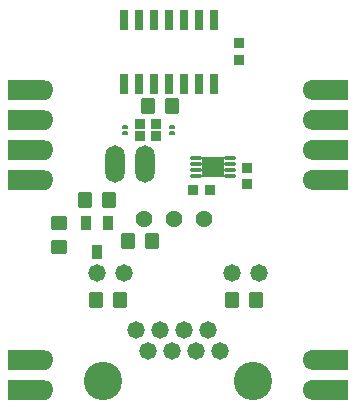
<source format=gbr>
%TF.GenerationSoftware,KiCad,Pcbnew,7.0.1*%
%TF.CreationDate,2023-03-30T17:35:48+09:00*%
%TF.ProjectId,CANFD_module,43414e46-445f-46d6-9f64-756c652e6b69,rev?*%
%TF.SameCoordinates,Original*%
%TF.FileFunction,Soldermask,Bot*%
%TF.FilePolarity,Negative*%
%FSLAX46Y46*%
G04 Gerber Fmt 4.6, Leading zero omitted, Abs format (unit mm)*
G04 Created by KiCad (PCBNEW 7.0.1) date 2023-03-30 17:35:48*
%MOMM*%
%LPD*%
G01*
G04 APERTURE LIST*
G04 Aperture macros list*
%AMRoundRect*
0 Rectangle with rounded corners*
0 $1 Rounding radius*
0 $2 $3 $4 $5 $6 $7 $8 $9 X,Y pos of 4 corners*
0 Add a 4 corners polygon primitive as box body*
4,1,4,$2,$3,$4,$5,$6,$7,$8,$9,$2,$3,0*
0 Add four circle primitives for the rounded corners*
1,1,$1+$1,$2,$3*
1,1,$1+$1,$4,$5*
1,1,$1+$1,$6,$7*
1,1,$1+$1,$8,$9*
0 Add four rect primitives between the rounded corners*
20,1,$1+$1,$2,$3,$4,$5,0*
20,1,$1+$1,$4,$5,$6,$7,0*
20,1,$1+$1,$6,$7,$8,$9,0*
20,1,$1+$1,$8,$9,$2,$3,0*%
G04 Aperture macros list end*
%ADD10RoundRect,0.188500X-0.300000X0.000000X-0.300000X0.000000X0.300000X0.000000X0.300000X0.000000X0*%
%ADD11RoundRect,0.063500X-0.900000X0.825000X-0.900000X-0.825000X0.900000X-0.825000X0.900000X0.825000X0*%
%ADD12C,1.627000*%
%ADD13C,1.427000*%
%ADD14C,3.250000*%
%ADD15C,1.477000*%
%ADD16RoundRect,0.063500X0.500000X0.600000X-0.500000X0.600000X-0.500000X-0.600000X0.500000X-0.600000X0*%
%ADD17RoundRect,0.063500X-0.600000X0.500000X-0.600000X-0.500000X0.600000X-0.500000X0.600000X0.500000X0*%
%ADD18RoundRect,0.063500X-0.150000X0.125000X-0.150000X-0.125000X0.150000X-0.125000X0.150000X0.125000X0*%
%ADD19RoundRect,0.063500X0.300000X0.775000X-0.300000X0.775000X-0.300000X-0.775000X0.300000X-0.775000X0*%
%ADD20RoundRect,0.063500X-0.350000X-0.400000X0.350000X-0.400000X0.350000X0.400000X-0.350000X0.400000X0*%
%ADD21RoundRect,0.063500X-0.400000X0.500000X-0.400000X-0.500000X0.400000X-0.500000X0.400000X0.500000X0*%
%ADD22O,1.651000X3.175000*%
%ADD23RoundRect,0.063500X-0.500000X-0.600000X0.500000X-0.600000X0.500000X0.600000X-0.500000X0.600000X0*%
%ADD24RoundRect,0.063500X-0.375000X-0.350000X0.375000X-0.350000X0.375000X0.350000X-0.375000X0.350000X0*%
%ADD25RoundRect,0.063500X0.150000X-0.125000X0.150000X0.125000X-0.150000X0.125000X-0.150000X-0.125000X0*%
%ADD26RoundRect,0.063500X-0.400000X0.350000X-0.400000X-0.350000X0.400000X-0.350000X0.400000X0.350000X0*%
G04 APERTURE END LIST*
%TO.C,JP5*%
G36*
X137442856Y-118613318D02*
G01*
X137609734Y-118718175D01*
X137746525Y-118854966D01*
X137849449Y-119018767D01*
X137913342Y-119201363D01*
X137935409Y-119397211D01*
X137851382Y-119765356D01*
X137746525Y-119932234D01*
X137609734Y-120069025D01*
X137445933Y-120171949D01*
X137263337Y-120235842D01*
X137074666Y-120257100D01*
X134127600Y-120257100D01*
X134127600Y-118530100D01*
X137078255Y-118530100D01*
X137442856Y-118613318D01*
G37*
G36*
X137442856Y-116073318D02*
G01*
X137609734Y-116178175D01*
X137746525Y-116314966D01*
X137849449Y-116478767D01*
X137913342Y-116661363D01*
X137935409Y-116857211D01*
X137851382Y-117225356D01*
X137746525Y-117392234D01*
X137609734Y-117529025D01*
X137445933Y-117631949D01*
X137263337Y-117695842D01*
X137074666Y-117717100D01*
X134127600Y-117717100D01*
X134127600Y-115990100D01*
X137078255Y-115990100D01*
X137442856Y-116073318D01*
G37*
%TO.C,JP2*%
G36*
X162874600Y-94857100D02*
G01*
X159923945Y-94857100D01*
X159559344Y-94773882D01*
X159392466Y-94669025D01*
X159255675Y-94532234D01*
X159152751Y-94368433D01*
X159088858Y-94185837D01*
X159066791Y-93989989D01*
X159150818Y-93621844D01*
X159255675Y-93454966D01*
X159392466Y-93318175D01*
X159556267Y-93215251D01*
X159738863Y-93151358D01*
X159927534Y-93130100D01*
X162874600Y-93130100D01*
X162874600Y-94857100D01*
G37*
G36*
X162874600Y-97397100D02*
G01*
X159923945Y-97397100D01*
X159559344Y-97313882D01*
X159392466Y-97209025D01*
X159255675Y-97072234D01*
X159152751Y-96908433D01*
X159088858Y-96725837D01*
X159066791Y-96529989D01*
X159150818Y-96161844D01*
X159255675Y-95994966D01*
X159392466Y-95858175D01*
X159556267Y-95755251D01*
X159738863Y-95691358D01*
X159927534Y-95670100D01*
X162874600Y-95670100D01*
X162874600Y-97397100D01*
G37*
G36*
X162874600Y-99937100D02*
G01*
X159923945Y-99937100D01*
X159559344Y-99853882D01*
X159392466Y-99749025D01*
X159255675Y-99612234D01*
X159152751Y-99448433D01*
X159088858Y-99265837D01*
X159066791Y-99069989D01*
X159150818Y-98701844D01*
X159255675Y-98534966D01*
X159392466Y-98398175D01*
X159556267Y-98295251D01*
X159738863Y-98231358D01*
X159927534Y-98210100D01*
X162874600Y-98210100D01*
X162874600Y-99937100D01*
G37*
G36*
X162874600Y-102477100D02*
G01*
X159923945Y-102477100D01*
X159559344Y-102393882D01*
X159392466Y-102289025D01*
X159255675Y-102152234D01*
X159152751Y-101988433D01*
X159088858Y-101805837D01*
X159066791Y-101609989D01*
X159150818Y-101241844D01*
X159255675Y-101074966D01*
X159392466Y-100938175D01*
X159556267Y-100835251D01*
X159738863Y-100771358D01*
X159927534Y-100750100D01*
X162874600Y-100750100D01*
X162874600Y-102477100D01*
G37*
%TO.C,JP3*%
G36*
X137442856Y-100833318D02*
G01*
X137609734Y-100938175D01*
X137746525Y-101074966D01*
X137849449Y-101238767D01*
X137913342Y-101421363D01*
X137935409Y-101617211D01*
X137851382Y-101985356D01*
X137746525Y-102152234D01*
X137609734Y-102289025D01*
X137445933Y-102391949D01*
X137263337Y-102455842D01*
X137074666Y-102477100D01*
X134127600Y-102477100D01*
X134127600Y-100750100D01*
X137078255Y-100750100D01*
X137442856Y-100833318D01*
G37*
G36*
X137442856Y-98293318D02*
G01*
X137609734Y-98398175D01*
X137746525Y-98534966D01*
X137849449Y-98698767D01*
X137913342Y-98881363D01*
X137935409Y-99077211D01*
X137851382Y-99445356D01*
X137746525Y-99612234D01*
X137609734Y-99749025D01*
X137445933Y-99851949D01*
X137263337Y-99915842D01*
X137074666Y-99937100D01*
X134127600Y-99937100D01*
X134127600Y-98210100D01*
X137078255Y-98210100D01*
X137442856Y-98293318D01*
G37*
G36*
X137442856Y-95753318D02*
G01*
X137609734Y-95858175D01*
X137746525Y-95994966D01*
X137849449Y-96158767D01*
X137913342Y-96341363D01*
X137935409Y-96537211D01*
X137851382Y-96905356D01*
X137746525Y-97072234D01*
X137609734Y-97209025D01*
X137445933Y-97311949D01*
X137263337Y-97375842D01*
X137074666Y-97397100D01*
X134127600Y-97397100D01*
X134127600Y-95670100D01*
X137078255Y-95670100D01*
X137442856Y-95753318D01*
G37*
G36*
X137442856Y-93213318D02*
G01*
X137609734Y-93318175D01*
X137746525Y-93454966D01*
X137849449Y-93618767D01*
X137913342Y-93801363D01*
X137935409Y-93997211D01*
X137851382Y-94365356D01*
X137746525Y-94532234D01*
X137609734Y-94669025D01*
X137445933Y-94771949D01*
X137263337Y-94835842D01*
X137074666Y-94857100D01*
X134127600Y-94857100D01*
X134127600Y-93130100D01*
X137078255Y-93130100D01*
X137442856Y-93213318D01*
G37*
%TO.C,JP4*%
G36*
X162874600Y-117717100D02*
G01*
X159923945Y-117717100D01*
X159559344Y-117633882D01*
X159392466Y-117529025D01*
X159255675Y-117392234D01*
X159152751Y-117228433D01*
X159088858Y-117045837D01*
X159066791Y-116849989D01*
X159150818Y-116481844D01*
X159255675Y-116314966D01*
X159392466Y-116178175D01*
X159556267Y-116075251D01*
X159738863Y-116011358D01*
X159927534Y-115990100D01*
X162874600Y-115990100D01*
X162874600Y-117717100D01*
G37*
G36*
X162874600Y-120257100D02*
G01*
X159923945Y-120257100D01*
X159559344Y-120173882D01*
X159392466Y-120069025D01*
X159255675Y-119932234D01*
X159152751Y-119768433D01*
X159088858Y-119585837D01*
X159066791Y-119389989D01*
X159150818Y-119021844D01*
X159255675Y-118854966D01*
X159392466Y-118718175D01*
X159556267Y-118615251D01*
X159738863Y-118551358D01*
X159927534Y-118530100D01*
X162874600Y-118530100D01*
X162874600Y-120257100D01*
G37*
%TD*%
D10*
%TO.C,U$1*%
X150011100Y-100253600D03*
X150011100Y-100753600D03*
D11*
X151461100Y-100503600D03*
D10*
X152911100Y-101253600D03*
X150011100Y-99753600D03*
X152911100Y-99753600D03*
X152911100Y-100753600D03*
X150011100Y-101253600D03*
X152911100Y-100253600D03*
%TD*%
D12*
%TO.C,JP5*%
X137071100Y-119393600D03*
X135461100Y-119393600D03*
X137071100Y-116853600D03*
X135461100Y-116853600D03*
%TD*%
%TO.C,JP2*%
X159931100Y-93993600D03*
X161541100Y-93993600D03*
X159931100Y-96533600D03*
X161541100Y-96533600D03*
X159931100Y-99073600D03*
X161541100Y-99073600D03*
X159931100Y-101613600D03*
X161541100Y-101613600D03*
%TD*%
%TO.C,JP3*%
X137071100Y-101613600D03*
X135461100Y-101613600D03*
X137071100Y-99073600D03*
X135461100Y-99073600D03*
X137071100Y-96533600D03*
X135461100Y-96533600D03*
X137071100Y-93993600D03*
X135461100Y-93993600D03*
%TD*%
D13*
%TO.C,SW1*%
X148161100Y-104953600D03*
X150701100Y-104953600D03*
X145621100Y-104953600D03*
%TD*%
D14*
%TO.C,RJ45_1*%
X142151100Y-118653600D03*
X154851100Y-118653600D03*
D15*
X152071100Y-116113600D03*
X151051100Y-114333600D03*
X150031100Y-116113600D03*
X149011100Y-114333600D03*
X147991100Y-116113600D03*
X146971100Y-114333600D03*
X145951100Y-116113600D03*
X144931100Y-114333600D03*
X141641100Y-109513600D03*
X143931100Y-109513600D03*
X153071100Y-109513600D03*
X155361100Y-109513600D03*
%TD*%
D12*
%TO.C,JP4*%
X159931100Y-116853600D03*
X161541100Y-116853600D03*
X159931100Y-119393600D03*
X161541100Y-119393600D03*
%TD*%
D16*
%TO.C,R5*%
X142641100Y-103303600D03*
X140641100Y-103303600D03*
%TD*%
D17*
%TO.C,R6*%
X138371100Y-105313600D03*
X138371100Y-107313600D03*
%TD*%
D18*
%TO.C,C5*%
X143961100Y-97128600D03*
X143961100Y-97678600D03*
%TD*%
D19*
%TO.C,U2*%
X149021100Y-93473600D03*
X147751100Y-93473600D03*
X145211100Y-88073600D03*
X143941100Y-88073600D03*
X150291100Y-88073600D03*
X145211100Y-93473600D03*
X146481100Y-93473600D03*
X150291100Y-93473600D03*
X146481100Y-88073600D03*
X147751100Y-88073600D03*
X149021100Y-88073600D03*
X151561100Y-93473600D03*
X151561100Y-88073600D03*
X143941100Y-93473600D03*
%TD*%
D20*
%TO.C,C1*%
X149761100Y-102503600D03*
X151161100Y-102503600D03*
%TD*%
D21*
%TO.C,TR1*%
X140651100Y-105293600D03*
X141601100Y-107693600D03*
X142551100Y-105293600D03*
%TD*%
D22*
%TO.C,JP1*%
X143154400Y-100279200D03*
X145694400Y-100279200D03*
%TD*%
D23*
%TO.C,R1*%
X145961100Y-95353600D03*
X147961100Y-95353600D03*
%TD*%
D16*
%TO.C,R3*%
X143561100Y-111803600D03*
X141561100Y-111803600D03*
%TD*%
D24*
%TO.C,X1*%
X145286100Y-96903600D03*
X146636100Y-97903600D03*
X145286100Y-97903600D03*
X146636100Y-96903600D03*
%TD*%
D23*
%TO.C,R4*%
X153091100Y-111803600D03*
X155091100Y-111803600D03*
%TD*%
D25*
%TO.C,C4*%
X147961100Y-97678600D03*
X147961100Y-97128600D03*
%TD*%
D26*
%TO.C,C3*%
X153661100Y-90043600D03*
X153661100Y-91443600D03*
%TD*%
D23*
%TO.C,R2*%
X144261100Y-106793600D03*
X146261100Y-106793600D03*
%TD*%
D26*
%TO.C,C2*%
X154361100Y-100583600D03*
X154361100Y-101983600D03*
%TD*%
M02*

</source>
